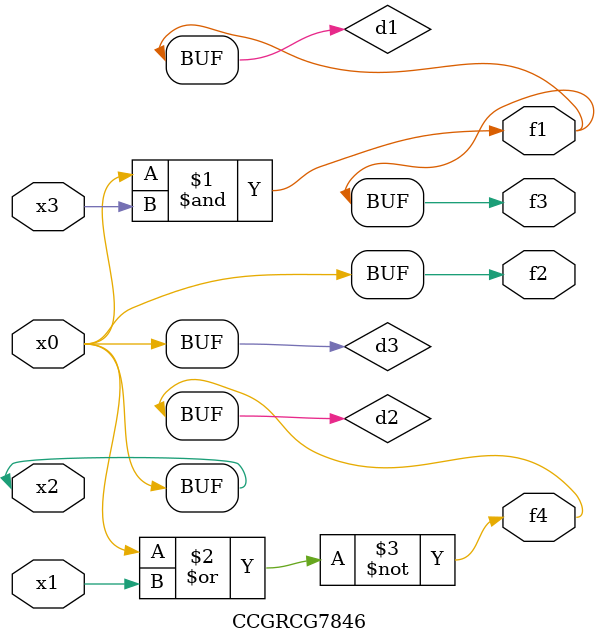
<source format=v>
module CCGRCG7846(
	input x0, x1, x2, x3,
	output f1, f2, f3, f4
);

	wire d1, d2, d3;

	and (d1, x2, x3);
	nor (d2, x0, x1);
	buf (d3, x0, x2);
	assign f1 = d1;
	assign f2 = d3;
	assign f3 = d1;
	assign f4 = d2;
endmodule

</source>
